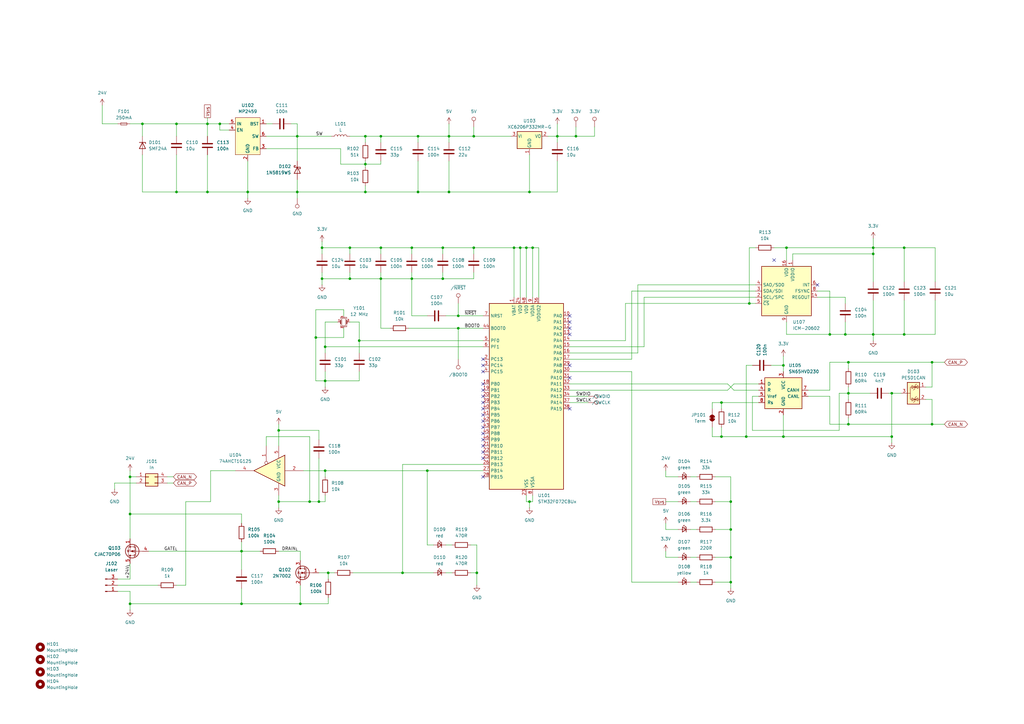
<source format=kicad_sch>
(kicad_sch (version 20250114) (generator "eeschema") (generator_version "9.0")
  (paper "A3")
  (title_block (title "CANbus Laser Toolhead PCB") (date "2025-11-26") (rev "rev. 1") (company "Eduard Iten"))
  (junction (at 187.96 129.54))
  (junction (at 306.07 179.07))
  (junction (at 358.14 101.6))
  (junction (at 171.45 55.88))
  (junction (at 127 205.74))
  (junction (at 149.86 78.74))
  (junction (at 121.92 78.74))
  (junction (at 90.17 50.8))
  (junction (at 168.91 101.6))
  (junction (at 217.17 205.74))
  (junction (at 53.34 247.65))
  (junction (at 340.36 137.16))
  (junction (at 99.06 247.65))
  (junction (at 133.35 142.24))
  (junction (at 123.19 247.65))
  (junction (at 215.9 101.6))
  (junction (at 365.76 179.07))
  (junction (at 133.35 193.04))
  (junction (at 236.22 55.88))
  (junction (at 147.32 139.7))
  (junction (at 72.39 50.8))
  (junction (at 347.98 173.99))
  (junction (at 132.08 114.3))
  (junction (at 133.35 156.21))
  (junction (at 130.81 205.74))
  (junction (at 121.92 55.88))
  (junction (at 321.31 179.07))
  (junction (at 156.21 114.3))
  (junction (at 85.09 50.8))
  (junction (at 382.27 148.59))
  (junction (at 299.72 228.6))
  (junction (at 217.17 78.74))
  (junction (at 358.14 104.14))
  (junction (at 53.34 195.58))
  (junction (at 171.45 78.74))
  (junction (at 99.06 226.06))
  (junction (at 307.34 124.46))
  (junction (at 114.3 205.74))
  (junction (at 181.61 114.3))
  (junction (at 370.84 137.16))
  (junction (at 175.26 193.04))
  (junction (at 149.86 55.88))
  (junction (at 194.31 55.88))
  (junction (at 143.51 114.3))
  (junction (at 322.58 101.6))
  (junction (at 181.61 101.6))
  (junction (at 347.98 161.29))
  (junction (at 370.84 101.6))
  (junction (at 295.91 179.07))
  (junction (at 358.14 137.16))
  (junction (at 156.21 55.88))
  (junction (at 218.44 101.6))
  (junction (at 58.42 50.8))
  (junction (at 132.08 101.6))
  (junction (at 101.6 78.74))
  (junction (at 134.62 234.95))
  (junction (at 346.71 137.16))
  (junction (at 321.31 149.86))
  (junction (at 165.1 234.95))
  (junction (at 72.39 78.74))
  (junction (at 382.27 173.99))
  (junction (at 295.91 165.1))
  (junction (at 53.34 210.82))
  (junction (at 195.58 234.95))
  (junction (at 213.36 101.6))
  (junction (at 156.21 101.6))
  (junction (at 228.6 55.88))
  (junction (at 143.51 101.6))
  (junction (at 365.76 161.29))
  (junction (at 299.72 217.17))
  (junction (at 210.82 101.6))
  (junction (at 347.98 148.59))
  (junction (at 114.3 176.53))
  (junction (at 149.86 67.31))
  (junction (at 194.31 101.6))
  (junction (at 299.72 238.76))
  (junction (at 184.15 55.88))
  (junction (at 85.09 78.74))
  (junction (at 129.54 138.43))
  (junction (at 187.96 134.62))
  (junction (at 299.72 205.74))
  (junction (at 168.91 114.3))
  (junction (at 184.15 78.74))
  (no_connect (at 233.68 167.64))
  (no_connect (at 198.12 165.1))
  (no_connect (at 198.12 195.58))
  (no_connect (at 233.68 154.94))
  (no_connect (at 198.12 162.56))
  (no_connect (at 198.12 157.48))
  (no_connect (at 233.68 137.16))
  (no_connect (at 198.12 172.72))
  (no_connect (at 233.68 129.54))
  (no_connect (at 198.12 152.4))
  (no_connect (at 317.5 106.68))
  (no_connect (at 233.68 134.62))
  (no_connect (at 198.12 187.96))
  (no_connect (at 198.12 175.26))
  (no_connect (at 198.12 185.42))
  (no_connect (at 233.68 149.86))
  (no_connect (at 335.28 116.84))
  (no_connect (at 198.12 160.02))
  (no_connect (at 198.12 147.32))
  (no_connect (at 198.12 149.86))
  (no_connect (at 233.68 132.08))
  (no_connect (at 198.12 182.88))
  (no_connect (at 198.12 177.8))
  (no_connect (at 198.12 180.34))
  (no_connect (at 198.12 167.64))
  (no_connect (at 198.12 170.18))
  (wire (pts (xy 293.37 205.74) (xy 299.72 205.74)))
  (wire (pts (xy 295.91 175.26) (xy 295.91 179.07)))
  (wire (pts (xy 308.61 149.86) (xy 306.07 149.86)))
  (wire (pts (xy 299.72 228.6) (xy 299.72 238.76)))
  (wire (pts (xy 217.17 205.74) (xy 218.44 205.74)))
  (wire (pts (xy 283.21 228.6) (xy 285.75 228.6)))
  (wire (pts (xy 109.22 182.88) (xy 109.22 179.07)))
  (wire (pts (xy 340.36 119.38) (xy 340.36 137.16)))
  (wire (pts (xy 147.32 156.21) (xy 147.32 152.4)))
  (wire (pts (xy 215.9 121.92) (xy 215.9 101.6)))
  (wire (pts (xy 307.34 124.46) (xy 307.34 101.6)))
  (wire (pts (xy 233.68 147.32) (xy 259.08 147.32)))
  (wire (pts (xy 121.92 55.88) (xy 121.92 50.8)))
  (wire (pts (xy 149.86 78.74) (xy 171.45 78.74)))
  (wire (pts (xy 358.14 137.16) (xy 358.14 139.7)))
  (wire (pts (xy 121.92 55.88) (xy 135.89 55.88)))
  (wire (pts (xy 48.26 237.49) (xy 53.34 237.49)))
  (wire (pts (xy 168.91 111.76) (xy 168.91 114.3)))
  (wire (pts (xy 133.35 142.24) (xy 133.35 144.78)))
  (wire (pts (xy 283.21 205.74) (xy 285.75 205.74)))
  (wire (pts (xy 331.47 160.02) (xy 340.36 160.02)))
  (wire (pts (xy 58.42 55.88) (xy 58.42 50.8)))
  (wire (pts (xy 156.21 67.31) (xy 149.86 67.31)))
  (wire (pts (xy 85.09 63.5) (xy 85.09 78.74)))
  (wire (pts (xy 53.34 242.57) (xy 53.34 247.65)))
  (wire (pts (xy 194.31 52.07) (xy 194.31 55.88)))
  (wire (pts (xy 133.35 152.4) (xy 133.35 156.21)))
  (wire (pts (xy 292.1 167.64) (xy 292.1 165.1)))
  (wire (pts (xy 346.71 121.92) (xy 346.71 124.46)))
  (wire (pts (xy 365.76 179.07) (xy 365.76 181.61)))
  (wire (pts (xy 321.31 146.05) (xy 321.31 149.86)))
  (wire (pts (xy 114.3 182.88) (xy 114.3 176.53)))
  (wire (pts (xy 233.68 162.56) (xy 241.3 162.56)))
  (wire (pts (xy 358.14 97.79) (xy 358.14 101.6)))
  (wire (pts (xy 134.62 234.95) (xy 134.62 237.49)))
  (wire (pts (xy 72.39 55.88) (xy 72.39 50.8)))
  (wire (pts (xy 143.51 101.6) (xy 156.21 101.6)))
  (wire (pts (xy 127 179.07) (xy 127 205.74)))
  (wire (pts (xy 130.81 234.95) (xy 134.62 234.95)))
  (wire (pts (xy 171.45 55.88) (xy 171.45 58.42)))
  (wire (pts (xy 228.6 55.88) (xy 228.6 58.42)))
  (wire (pts (xy 347.98 148.59) (xy 382.27 148.59)))
  (wire (pts (xy 133.35 132.08) (xy 138.43 132.08)))
  (wire (pts (xy 171.45 78.74) (xy 184.15 78.74)))
  (wire (pts (xy 156.21 66.04) (xy 156.21 67.31)))
  (wire (pts (xy 228.6 50.8) (xy 228.6 55.88)))
  (wire (pts (xy 121.92 73.66) (xy 121.92 78.74)))
  (wire (pts (xy 114.3 173.99) (xy 114.3 176.53)))
  (wire (pts (xy 85.09 78.74) (xy 101.6 78.74)))
  (wire (pts (xy 143.51 114.3) (xy 132.08 114.3)))
  (wire (pts (xy 133.35 156.21) (xy 147.32 156.21)))
  (wire (pts (xy 295.91 165.1) (xy 311.15 165.1)))
  (wire (pts (xy 243.84 55.88) (xy 236.22 55.88)))
  (wire (pts (xy 156.21 101.6) (xy 168.91 101.6)))
  (wire (pts (xy 340.36 173.99) (xy 347.98 173.99)))
  (wire (pts (xy 299.72 195.58) (xy 299.72 205.74)))
  (wire (pts (xy 264.16 121.92) (xy 309.88 121.92)))
  (wire (pts (xy 364.49 161.29) (xy 365.76 161.29)))
  (wire (pts (xy 134.62 245.11) (xy 134.62 247.65)))
  (wire (pts (xy 217.17 63.5) (xy 217.17 78.74)))
  (wire (pts (xy 293.37 195.58) (xy 299.72 195.58)))
  (wire (pts (xy 140.97 138.43) (xy 129.54 138.43)))
  (wire (pts (xy 228.6 66.04) (xy 228.6 78.74)))
  (wire (pts (xy 109.22 50.8) (xy 111.76 50.8)))
  (wire (pts (xy 298.45 160.02) (xy 300.99 157.48)))
  (wire (pts (xy 93.98 53.34) (xy 90.17 53.34)))
  (wire (pts (xy 358.14 104.14) (xy 358.14 115.57)))
  (wire (pts (xy 48.26 50.8) (xy 41.91 50.8)))
  (wire (pts (xy 335.28 121.92) (xy 346.71 121.92)))
  (wire (pts (xy 55.88 195.58) (xy 53.34 195.58)))
  (wire (pts (xy 134.62 234.95) (xy 137.16 234.95)))
  (wire (pts (xy 46.99 198.12) (xy 55.88 198.12)))
  (wire (pts (xy 335.28 119.38) (xy 340.36 119.38)))
  (wire (pts (xy 72.39 78.74) (xy 85.09 78.74)))
  (wire (pts (xy 114.3 205.74) (xy 114.3 203.2)))
  (wire (pts (xy 340.36 148.59) (xy 347.98 148.59)))
  (wire (pts (xy 53.34 247.65) (xy 53.34 250.19)))
  (wire (pts (xy 233.68 139.7) (xy 256.54 139.7)))
  (wire (pts (xy 347.98 173.99) (xy 347.98 171.45)))
  (wire (pts (xy 383.54 123.19) (xy 383.54 137.16)))
  (wire (pts (xy 101.6 78.74) (xy 121.92 78.74)))
  (wire (pts (xy 317.5 101.6) (xy 322.58 101.6)))
  (wire (pts (xy 85.09 50.8) (xy 85.09 55.88)))
  (wire (pts (xy 140.97 134.62) (xy 140.97 138.43)))
  (wire (pts (xy 129.54 127) (xy 129.54 138.43)))
  (wire (pts (xy 187.96 134.62) (xy 187.96 147.32)))
  (wire (pts (xy 184.15 78.74) (xy 184.15 66.04)))
  (wire (pts (xy 160.02 134.62) (xy 156.21 134.62)))
  (wire (pts (xy 293.37 228.6) (xy 299.72 228.6)))
  (wire (pts (xy 99.06 226.06) (xy 106.68 226.06)))
  (wire (pts (xy 175.26 129.54) (xy 168.91 129.54)))
  (wire (pts (xy 132.08 99.06) (xy 132.08 101.6)))
  (wire (pts (xy 295.91 167.64) (xy 295.91 165.1)))
  (wire (pts (xy 346.71 137.16) (xy 358.14 137.16)))
  (wire (pts (xy 370.84 101.6) (xy 383.54 101.6)))
  (wire (pts (xy 347.98 161.29) (xy 347.98 163.83)))
  (wire (pts (xy 139.7 67.31) (xy 149.86 67.31)))
  (wire (pts (xy 195.58 234.95) (xy 195.58 240.03)))
  (wire (pts (xy 193.04 234.95) (xy 195.58 234.95)))
  (wire (pts (xy 340.36 160.02) (xy 340.36 148.59)))
  (wire (pts (xy 322.58 132.08) (xy 322.58 137.16)))
  (wire (pts (xy 99.06 226.06) (xy 99.06 233.68)))
  (wire (pts (xy 292.1 165.1) (xy 295.91 165.1)))
  (wire (pts (xy 195.58 223.52) (xy 195.58 234.95)))
  (wire (pts (xy 299.72 217.17) (xy 299.72 228.6)))
  (wire (pts (xy 114.3 205.74) (xy 114.3 208.28)))
  (wire (pts (xy 130.81 187.96) (xy 130.81 205.74)))
  (wire (pts (xy 321.31 149.86) (xy 321.31 152.4)))
  (wire (pts (xy 177.8 223.52) (xy 175.26 223.52)))
  (wire (pts (xy 130.81 205.74) (xy 127 205.74)))
  (wire (pts (xy 306.07 149.86) (xy 306.07 179.07)))
  (wire (pts (xy 144.78 234.95) (xy 165.1 234.95)))
  (wire (pts (xy 53.34 195.58) (xy 53.34 193.04)))
  (wire (pts (xy 298.45 157.48) (xy 300.99 160.02)))
  (wire (pts (xy 53.34 210.82) (xy 53.34 220.98)))
  (wire (pts (xy 184.15 55.88) (xy 194.31 55.88)))
  (wire (pts (xy 48.26 242.57) (xy 53.34 242.57)))
  (wire (pts (xy 114.3 226.06) (xy 123.19 226.06)))
  (wire (pts (xy 101.6 78.74) (xy 101.6 81.28)))
  (wire (pts (xy 307.34 101.6) (xy 309.88 101.6)))
  (wire (pts (xy 321.31 179.07) (xy 365.76 179.07)))
  (wire (pts (xy 99.06 214.63) (xy 99.06 210.82)))
  (wire (pts (xy 156.21 114.3) (xy 168.91 114.3)))
  (wire (pts (xy 133.35 193.04) (xy 124.46 193.04)))
  (wire (pts (xy 256.54 124.46) (xy 307.34 124.46)))
  (wire (pts (xy 133.35 205.74) (xy 130.81 205.74)))
  (wire (pts (xy 379.73 163.83) (xy 382.27 163.83)))
  (wire (pts (xy 86.36 193.04) (xy 96.52 193.04)))
  (wire (pts (xy 184.15 58.42) (xy 184.15 55.88)))
  (wire (pts (xy 383.54 115.57) (xy 383.54 101.6)))
  (wire (pts (xy 365.76 161.29) (xy 369.57 161.29)))
  (wire (pts (xy 184.15 50.8) (xy 184.15 55.88)))
  (wire (pts (xy 133.35 193.04) (xy 175.26 193.04)))
  (wire (pts (xy 168.91 129.54) (xy 168.91 114.3)))
  (wire (pts (xy 259.08 119.38) (xy 309.88 119.38)))
  (wire (pts (xy 382.27 158.75) (xy 382.27 148.59)))
  (wire (pts (xy 109.22 179.07) (xy 127 179.07)))
  (wire (pts (xy 85.09 50.8) (xy 90.17 50.8)))
  (wire (pts (xy 147.32 139.7) (xy 198.12 139.7)))
  (wire (pts (xy 156.21 134.62) (xy 156.21 114.3)))
  (wire (pts (xy 370.84 123.19) (xy 370.84 137.16)))
  (wire (pts (xy 340.36 137.16) (xy 346.71 137.16)))
  (wire (pts (xy 224.79 55.88) (xy 228.6 55.88)))
  (wire (pts (xy 127 205.74) (xy 114.3 205.74)))
  (wire (pts (xy 194.31 101.6) (xy 210.82 101.6)))
  (wire (pts (xy 109.22 60.96) (xy 139.7 60.96)))
  (wire (pts (xy 130.81 176.53) (xy 130.81 180.34)))
  (wire (pts (xy 149.86 55.88) (xy 149.86 58.42)))
  (wire (pts (xy 220.98 101.6) (xy 220.98 121.92)))
  (wire (pts (xy 358.14 137.16) (xy 370.84 137.16)))
  (wire (pts (xy 309.88 124.46) (xy 307.34 124.46)))
  (wire (pts (xy 187.96 124.46) (xy 187.96 129.54)))
  (wire (pts (xy 218.44 101.6) (xy 220.98 101.6)))
  (wire (pts (xy 133.35 156.21) (xy 133.35 158.75)))
  (wire (pts (xy 133.35 142.24) (xy 133.35 132.08)))
  (wire (pts (xy 347.98 161.29) (xy 347.98 158.75)))
  (wire (pts (xy 194.31 55.88) (xy 209.55 55.88)))
  (wire (pts (xy 217.17 78.74) (xy 184.15 78.74)))
  (wire (pts (xy 53.34 210.82) (xy 99.06 210.82)))
  (wire (pts (xy 340.36 162.56) (xy 340.36 173.99)))
  (wire (pts (xy 215.9 203.2) (xy 215.9 205.74)))
  (wire (pts (xy 278.13 217.17) (xy 273.05 217.17)))
  (wire (pts (xy 321.31 170.18) (xy 321.31 179.07)))
  (wire (pts (xy 143.51 111.76) (xy 143.51 114.3)))
  (wire (pts (xy 210.82 121.92) (xy 210.82 101.6)))
  (wire (pts (xy 68.58 195.58) (xy 71.12 195.58)))
  (wire (pts (xy 256.54 124.46) (xy 256.54 139.7)))
  (wire (pts (xy 147.32 132.08) (xy 147.32 139.7)))
  (wire (pts (xy 259.08 147.32) (xy 259.08 119.38)))
  (wire (pts (xy 171.45 55.88) (xy 184.15 55.88)))
  (wire (pts (xy 233.68 152.4) (xy 259.08 152.4)))
  (wire (pts (xy 121.92 50.8) (xy 119.38 50.8)))
  (wire (pts (xy 143.51 132.08) (xy 147.32 132.08)))
  (wire (pts (xy 264.16 121.92) (xy 264.16 142.24)))
  (wire (pts (xy 68.58 198.12) (xy 71.12 198.12)))
  (wire (pts (xy 233.68 157.48) (xy 298.45 157.48)))
  (wire (pts (xy 168.91 101.6) (xy 168.91 104.14)))
  (wire (pts (xy 322.58 137.16) (xy 340.36 137.16)))
  (wire (pts (xy 76.2 240.03) (xy 76.2 205.74)))
  (wire (pts (xy 156.21 55.88) (xy 156.21 58.42)))
  (wire (pts (xy 165.1 190.5) (xy 198.12 190.5)))
  (wire (pts (xy 99.06 241.3) (xy 99.06 247.65)))
  (wire (pts (xy 123.19 247.65) (xy 99.06 247.65)))
  (wire (pts (xy 187.96 129.54) (xy 198.12 129.54)))
  (wire (pts (xy 72.39 63.5) (xy 72.39 78.74)))
  (wire (pts (xy 149.86 66.04) (xy 149.86 67.31)))
  (wire (pts (xy 165.1 190.5) (xy 165.1 234.95)))
  (wire (pts (xy 133.35 203.2) (xy 133.35 205.74)))
  (wire (pts (xy 165.1 234.95) (xy 177.8 234.95)))
  (wire (pts (xy 175.26 193.04) (xy 198.12 193.04)))
  (wire (pts (xy 308.61 162.56) (xy 308.61 176.53)))
  (wire (pts (xy 300.99 157.48) (xy 311.15 157.48)))
  (wire (pts (xy 379.73 158.75) (xy 382.27 158.75)))
  (wire (pts (xy 182.88 223.52) (xy 185.42 223.52)))
  (wire (pts (xy 171.45 66.04) (xy 171.45 78.74)))
  (wire (pts (xy 181.61 101.6) (xy 194.31 101.6)))
  (wire (pts (xy 149.86 55.88) (xy 143.51 55.88)))
  (wire (pts (xy 243.84 52.07) (xy 243.84 55.88)))
  (wire (pts (xy 370.84 137.16) (xy 383.54 137.16)))
  (wire (pts (xy 181.61 101.6) (xy 181.61 104.14)))
  (wire (pts (xy 147.32 139.7) (xy 147.32 144.78)))
  (wire (pts (xy 194.31 101.6) (xy 194.31 104.14)))
  (wire (pts (xy 114.3 176.53) (xy 130.81 176.53)))
  (wire (pts (xy 168.91 101.6) (xy 181.61 101.6)))
  (wire (pts (xy 273.05 228.6) (xy 273.05 226.06)))
  (wire (pts (xy 140.97 127) (xy 129.54 127)))
  (wire (pts (xy 228.6 78.74) (xy 217.17 78.74)))
  (wire (pts (xy 346.71 132.08) (xy 346.71 137.16)))
  (wire (pts (xy 382.27 173.99) (xy 387.35 173.99)))
  (wire (pts (xy 308.61 176.53) (xy 344.17 176.53)))
  (wire (pts (xy 236.22 55.88) (xy 228.6 55.88)))
  (wire (pts (xy 99.06 222.25) (xy 99.06 226.06)))
  (wire (pts (xy 300.99 160.02) (xy 311.15 160.02)))
  (wire (pts (xy 358.14 101.6) (xy 358.14 104.14)))
  (wire (pts (xy 143.51 104.14) (xy 143.51 101.6)))
  (wire (pts (xy 156.21 55.88) (xy 171.45 55.88)))
  (wire (pts (xy 283.21 217.17) (xy 285.75 217.17)))
  (wire (pts (xy 53.34 247.65) (xy 99.06 247.65)))
  (wire (pts (xy 215.9 205.74) (xy 217.17 205.74)))
  (wire (pts (xy 322.58 101.6) (xy 358.14 101.6)))
  (wire (pts (xy 101.6 66.04) (xy 101.6 78.74)))
  (wire (pts (xy 140.97 129.54) (xy 140.97 127)))
  (wire (pts (xy 218.44 101.6) (xy 218.44 121.92)))
  (wire (pts (xy 76.2 205.74) (xy 86.36 205.74)))
  (wire (pts (xy 132.08 104.14) (xy 132.08 101.6)))
  (wire (pts (xy 76.2 240.03) (xy 72.39 240.03)))
  (wire (pts (xy 132.08 111.76) (xy 132.08 114.3)))
  (wire (pts (xy 60.96 226.06) (xy 99.06 226.06)))
  (wire (pts (xy 194.31 114.3) (xy 181.61 114.3)))
  (wire (pts (xy 168.91 114.3) (xy 181.61 114.3)))
  (wire (pts (xy 149.86 67.31) (xy 149.86 68.58)))
  (wire (pts (xy 299.72 238.76) (xy 293.37 238.76)))
  (wire (pts (xy 261.62 144.78) (xy 261.62 116.84)))
  (wire (pts (xy 182.88 129.54) (xy 187.96 129.54)))
  (wire (pts (xy 149.86 78.74) (xy 149.86 76.2)))
  (wire (pts (xy 53.34 231.14) (xy 53.34 237.49)))
  (wire (pts (xy 156.21 114.3) (xy 143.51 114.3)))
  (wire (pts (xy 123.19 226.06) (xy 123.19 229.87)))
  (wire (pts (xy 215.9 101.6) (xy 218.44 101.6)))
  (wire (pts (xy 283.21 195.58) (xy 285.75 195.58)))
  (wire (pts (xy 139.7 60.96) (xy 139.7 67.31)))
  (wire (pts (xy 233.68 144.78) (xy 261.62 144.78)))
  (wire (pts (xy 273.05 195.58) (xy 278.13 195.58)))
  (wire (pts (xy 129.54 156.21) (xy 133.35 156.21)))
  (wire (pts (xy 292.1 175.26) (xy 292.1 179.07)))
  (wire (pts (xy 90.17 53.34) (xy 90.17 50.8)))
  (wire (pts (xy 64.77 240.03) (xy 48.26 240.03)))
  (wire (pts (xy 236.22 52.07) (xy 236.22 55.88)))
  (wire (pts (xy 58.42 78.74) (xy 72.39 78.74)))
  (wire (pts (xy 134.62 247.65) (xy 123.19 247.65)))
  (wire (pts (xy 273.05 217.17) (xy 273.05 214.63)))
  (wire (pts (xy 344.17 161.29) (xy 347.98 161.29)))
  (wire (pts (xy 182.88 234.95) (xy 185.42 234.95)))
  (wire (pts (xy 382.27 148.59) (xy 387.35 148.59)))
  (wire (pts (xy 41.91 43.18) (xy 41.91 50.8)))
  (wire (pts (xy 344.17 176.53) (xy 344.17 161.29)))
  (wire (pts (xy 53.34 195.58) (xy 53.34 210.82)))
  (wire (pts (xy 273.05 205.74) (xy 278.13 205.74)))
  (wire (pts (xy 193.04 223.52) (xy 195.58 223.52)))
  (wire (pts (xy 233.68 160.02) (xy 298.45 160.02)))
  (wire (pts (xy 90.17 50.8) (xy 93.98 50.8)))
  (wire (pts (xy 156.21 111.76) (xy 156.21 114.3)))
  (wire (pts (xy 273.05 193.04) (xy 273.05 195.58)))
  (wire (pts (xy 316.23 149.86) (xy 321.31 149.86)))
  (wire (pts (xy 293.37 217.17) (xy 299.72 217.17)))
  (wire (pts (xy 259.08 152.4) (xy 259.08 238.76)))
  (wire (pts (xy 233.68 165.1) (xy 241.3 165.1)))
  (wire (pts (xy 218.44 205.74) (xy 218.44 203.2)))
  (wire (pts (xy 261.62 116.84) (xy 309.88 116.84)))
  (wire (pts (xy 194.31 111.76) (xy 194.31 114.3)))
  (wire (pts (xy 149.86 55.88) (xy 156.21 55.88)))
  (wire (pts (xy 181.61 111.76) (xy 181.61 114.3)))
  (wire (pts (xy 58.42 50.8) (xy 72.39 50.8)))
  (wire (pts (xy 295.91 179.07) (xy 306.07 179.07)))
  (wire (pts (xy 46.99 200.66) (xy 46.99 198.12)))
  (wire (pts (xy 292.1 179.07) (xy 295.91 179.07)))
  (wire (pts (xy 331.47 162.56) (xy 340.36 162.56)))
  (wire (pts (xy 325.12 106.68) (xy 325.12 104.14)))
  (wire (pts (xy 53.34 50.8) (xy 58.42 50.8)))
  (wire (pts (xy 347.98 173.99) (xy 382.27 173.99)))
  (wire (pts (xy 129.54 138.43) (xy 129.54 156.21)))
  (wire (pts (xy 72.39 50.8) (xy 85.09 50.8)))
  (wire (pts (xy 233.68 142.24) (xy 264.16 142.24)))
  (wire (pts (xy 156.21 104.14) (xy 156.21 101.6)))
  (wire (pts (xy 306.07 179.07) (xy 321.31 179.07)))
  (wire (pts (xy 85.09 48.26) (xy 85.09 50.8)))
  (wire (pts (xy 347.98 148.59) (xy 347.98 151.13)))
  (wire (pts (xy 358.14 137.16) (xy 358.14 123.19)))
  (wire (pts (xy 121.92 78.74) (xy 149.86 78.74)))
  (wire (pts (xy 259.08 238.76) (xy 278.13 238.76)))
  (wire (pts (xy 123.19 240.03) (xy 123.19 247.65)))
  (wire (pts (xy 325.12 104.14) (xy 358.14 104.14)))
  (wire (pts (xy 121.92 66.04) (xy 121.92 55.88)))
  (wire (pts (xy 133.35 142.24) (xy 198.12 142.24)))
  (wire (pts (xy 347.98 161.29) (xy 356.87 161.29)))
  (wire (pts (xy 213.36 101.6) (xy 215.9 101.6)))
  (wire (pts (xy 365.76 161.29) (xy 365.76 179.07)))
  (wire (pts (xy 213.36 121.92) (xy 213.36 101.6)))
  (wire (pts (xy 299.72 238.76) (xy 299.72 241.3)))
  (wire (pts (xy 121.92 81.28) (xy 121.92 78.74)))
  (wire (pts (xy 358.14 101.6) (xy 370.84 101.6)))
  (wire (pts (xy 167.64 134.62) (xy 187.96 134.62)))
  (wire (pts (xy 299.72 205.74) (xy 299.72 217.17)))
  (wire (pts (xy 58.42 63.5) (xy 58.42 78.74)))
  (wire (pts (xy 210.82 101.6) (xy 213.36 101.6)))
  (wire (pts (xy 132.08 114.3) (xy 132.08 116.84)))
  (wire (pts (xy 175.26 193.04) (xy 175.26 223.52)))
  (wire (pts (xy 187.96 134.62) (xy 198.12 134.62)))
  (wire (pts (xy 86.36 193.04) (xy 86.36 205.74)))
  (wire (pts (xy 109.22 55.88) (xy 121.92 55.88)))
  (wire (pts (xy 133.35 195.58) (xy 133.35 193.04)))
  (wire (pts (xy 322.58 106.68) (xy 322.58 101.6)))
  (wire (pts (xy 217.17 205.74) (xy 217.17 208.28)))
  (wire (pts (xy 370.84 101.6) (xy 370.84 115.57)))
  (wire (pts (xy 132.08 101.6) (xy 143.51 101.6)))
  (wire (pts (xy 278.13 228.6) (xy 273.05 228.6)))
  (wire (pts (xy 283.21 238.76) (xy 285.75 238.76)))
  (wire (pts (xy 311.15 162.56) (xy 308.61 162.56)))
  (wire (pts (xy 382.27 163.83) (xy 382.27 173.99)))
  (label "SWDIO" (at 236.22 162.56 0))
  (label "SWCLK" (at 236.22 165.1 0))
  (label "SW" (at 129.54 55.88 0))
  (label "BOOT0" (at 190.5 134.62 0))
  (label "~{NRST}" (at 190.5 129.54 0))
  (label "GATE_{L}" (at 67.31 226.06 0))
  (label "DRAIN_{L}" (at 115.57 226.06 0))
  (label "+24V_{L}" (at 53.34 237.49 90))
  (global_label "V_{SYS}" (shape passive) (at 273.05 205.74 180) (property "Intersheetrefs" "${INTERSHEET_REFS}" (effects (hide yes))))
  (global_label "CAN_N" (shape bidirectional) (at 71.12 195.58 0) (property "Intersheetrefs" "${INTERSHEET_REFS}" (effects (hide yes))))
  (global_label "CAN_P" (shape bidirectional) (at 71.12 198.12 0) (property "Intersheetrefs" "${INTERSHEET_REFS}" (effects (hide yes))))
  (global_label "CAN_P" (shape bidirectional) (at 387.35 148.59 0) (property "Intersheetrefs" "${INTERSHEET_REFS}" (effects (hide yes))))
  (global_label "CAN_N" (shape bidirectional) (at 387.35 173.99 0) (property "Intersheetrefs" "${INTERSHEET_REFS}" (effects (hide yes))))
  (global_label "V_{SYS}" (shape passive) (at 85.09 48.26 90) (property "Intersheetrefs" "${INTERSHEET_REFS}" (effects (hide yes))))
  (symbol (lib_id "Device:LED_Small") (at 280.67 228.6 0) (mirror y) (unit 1)
    (property "Reference" "D107" (at 280.6065 222.25 0))
    (property "Value" "green" (at 280.6065 224.79 0))
    (property "Footprint" "LED_SMD:LED_0805_2012Metric" (effects (hide yes)))
    (property "Description" "Light emitting diode, small symbol" (effects (hide yes)))
    (property "Sim.Pin" "1=K 2=A" (effects (hide yes)))
    (property "Manufacturer Part #" "KT-0805G" (effects (hide yes)))
    (property "LCSC Part #" "C2297" (effects (hide yes)))
  )
  (symbol (lib_id "Device:C") (at 370.84 119.38 0) (unit 1)
    (property "Reference" "C123" (at 374.65 118.1099 0) (effects (justify left)))
    (property "Value" "100n" (at 374.65 120.6499 0) (effects (justify left)))
    (property "Footprint" "Capacitor_SMD:C_0402_1005Metric" (effects (hide yes)))
    (property "Description" "Unpolarized capacitor" (effects (hide yes)))
    (property "LCSC Part #" "C307331" (effects (hide yes)))
    (property "Manufacturer Part #" "CL05B104KB54PNC" (effects (hide yes)))
  )
  (symbol (lib_id "Device:C") (at 156.21 107.95 0) (unit 1)
    (property "Reference" "C105" (at 160.02 106.6799 0) (effects (justify left)))
    (property "Value" "100n" (at 160.02 109.2199 0) (effects (justify left)))
    (property "Footprint" "Capacitor_SMD:C_0402_1005Metric" (effects (hide yes)))
    (property "Description" "Unpolarized capacitor" (effects (hide yes)))
    (property "LCSC Part #" "C307331" (effects (hide yes)))
    (property "Manufacturer Part #" "CL05B104KB54PNC" (effects (hide yes)))
  )
  (symbol (lib_id "Device:C") (at 184.15 62.23 0) (mirror y) (unit 1)
    (property "Reference" "C112" (at 187.96 60.9599 0) (effects (justify right)))
    (property "Value" "22u" (at 187.96 63.4999 0) (effects (justify right)))
    (property "Footprint" "Capacitor_SMD:C_0805_2012Metric" (effects (hide yes)))
    (property "Description" "Unpolarized capacitor" (effects (hide yes)))
    (property "Manufacturer Part #" "CL21A226MAQNNNE" (effects (hide yes)))
    (property "LCSC Part #" "C45783" (effects (hide yes)))
  )
  (symbol (lib_id "Sensor_Motion:ICM-20602") (at 322.58 119.38 0) (unit 1)
    (property "Reference" "U107" (at 325.12 132.08 0) (effects (justify left)))
    (property "Value" "ICM-20602" (at 325.12 134.62 0) (effects (justify left)))
    (property "Footprint" "Package_LGA:LGA-16_3x3mm_P0.5mm_LayoutBorder3x5y" (effects (hide yes)))
    (property "Datasheet" "http://www.invensense.com/wp-content/uploads/2016/10/DS-000176-ICM-20602-v1.0.pdf" (effects (hide yes)))
    (property "Description" "High performance 6-Axis MEMS motion tracking, SPI/I2C interface, LGA-16" (effects (hide yes)))
  )
  (symbol (lib_id "Connector:TestPoint") (at 243.84 52.07 0) (unit 1) (in_bom no)
    (property "Reference" "TP108" (effects (hide yes)))
    (property "Value" "${NET_NAME(1)}" (at 243.84 45.72 0))
    (property "Footprint" "prj:NAMED_TEST_POINT" (effects (hide yes)))
    (property "Description" "test point" (effects (hide yes)))
  )
  (symbol (lib_id "Device:Crystal_GND24_Small") (at 140.97 132.08 0) (unit 1)
    (property "Reference" "Y101" (at 147.32 126.3582 0))
    (property "Value" "12 MHz" (at 147.32 128.8982 0))
    (property "Footprint" "Crystal:Crystal_SMD_3225-4Pin_3.2x2.5mm" (effects (hide yes)))
    (property "Description" "Four pin crystal, GND on pins 2 and 4, small symbol" (effects (hide yes)))
    (property "LCSC Part #" "C9002" (effects (hide yes)))
    (property "Manufacturer Part #" "X322512MSB4SI" (effects (hide yes)))
  )
  (symbol (lib_id "Connector:TestPoint") (at 241.3 165.1 270) (unit 1) (in_bom no)
    (property "Reference" "TP106" (effects (hide yes)))
    (property "Value" "${NET_NAME(1)}" (at 246.38 165.1 90) (effects (justify left)))
    (property "Footprint" "prj:NAMED_TEST_POINT" (effects (hide yes)))
    (property "Description" "test point" (effects (hide yes)))
  )
  (symbol (lib_id "power:GND") (at 53.34 250.19 0) (unit 1)
    (property "Reference" "#PWR0110" (effects (hide yes)))
    (property "Value" "GND" (at 53.34 255.27 0))
    (property "Description" "Power symbol creates a global label with name \"GND\" , ground" (effects (hide yes)))
  )
  (symbol (lib_id "Device:R") (at 149.86 62.23 0) (mirror y) (unit 1)
    (property "Reference" "R102" (at 147.32 60.9599 0) (effects (justify left)))
    (property "Value" "51k" (at 147.32 63.4999 0) (effects (justify left)))
    (property "Footprint" "Resistor_SMD:R_0402_1005Metric" (effects (hide yes)))
    (property "Description" "Resistor" (effects (hide yes)))
    (property "LCSC Part #" "C25794" (effects (hide yes)))
    (property "Manufacturer Part #" "0402WGF5102TCE" (effects (hide yes)))
  )
  (symbol (lib_id "power:GND") (at 195.58 240.03 0) (unit 1)
    (property "Reference" "#PWR0122" (effects (hide yes)))
    (property "Value" "GND" (at 195.58 245.11 0))
    (property "Description" "Power symbol creates a global label with name \"GND\" , ground" (effects (hide yes)))
  )
  (symbol (lib_id "Device:C") (at 132.08 107.95 0) (mirror y) (unit 1)
    (property "Reference" "C124" (at 135.89 106.6799 0) (effects (justify right)))
    (property "Value" "10u" (at 135.89 109.2199 0) (effects (justify right)))
    (property "Footprint" "Capacitor_SMD:C_0805_2012Metric" (effects (hide yes)))
    (property "Description" "Unpolarized capacitor" (effects (hide yes)))
    (property "Manufacturer Part #" "GRM21BR61H106KE43L" (effects (hide yes)))
    (property "LCSC Part #" "C440198" (effects (hide yes)))
  )
  (symbol (lib_id "Device:C") (at 171.45 62.23 0) (unit 1)
    (property "Reference" "C114" (at 175.26 60.9599 0) (effects (justify left)))
    (property "Value" "100n" (at 175.26 63.4999 0) (effects (justify left)))
    (property "Footprint" "Capacitor_SMD:C_0402_1005Metric" (effects (hide yes)))
    (property "Description" "Unpolarized capacitor" (effects (hide yes)))
    (property "LCSC Part #" "C307331" (effects (hide yes)))
    (property "Manufacturer Part #" "CL05B104KB54PNC" (effects (hide yes)))
  )
  (symbol (lib_id "Device:C") (at 194.31 107.95 0) (unit 1)
    (property "Reference" "C109" (at 198.12 106.6799 0) (effects (justify left)))
    (property "Value" "100n" (at 198.12 109.2199 0) (effects (justify left)))
    (property "Footprint" "Capacitor_SMD:C_0402_1005Metric" (effects (hide yes)))
    (property "Description" "Unpolarized capacitor" (effects (hide yes)))
    (property "LCSC Part #" "C307331" (effects (hide yes)))
    (property "Manufacturer Part #" "CL05B104KB54PNC" (effects (hide yes)))
  )
  (symbol (lib_id "Device:LED_Small") (at 180.34 234.95 0) (mirror y) (unit 1)
    (property "Reference" "D110" (at 180.2765 228.6 0))
    (property "Value" "red" (at 180.2765 231.14 0))
    (property "Footprint" "LED_SMD:LED_0603_1608Metric" (effects (hide yes)))
    (property "Description" "Light emitting diode, small symbol" (effects (hide yes)))
    (property "Sim.Pin" "1=K 2=A" (effects (hide yes)))
    (property "Manufacturer Part #" "KT-0603R" (effects (hide yes)))
    (property "LCSC Part #" "C2286" (effects (hide yes)))
  )
  (symbol (lib_id "Device:C") (at 358.14 119.38 0) (unit 1)
    (property "Reference" "C122" (at 361.95 118.1099 0) (effects (justify left)))
    (property "Value" "100n" (at 361.95 120.6499 0) (effects (justify left)))
    (property "Footprint" "Capacitor_SMD:C_0402_1005Metric" (effects (hide yes)))
    (property "Description" "Unpolarized capacitor" (effects (hide yes)))
    (property "LCSC Part #" "C307331" (effects (hide yes)))
    (property "Manufacturer Part #" "CL05B104KB54PNC" (effects (hide yes)))
  )
  (symbol (lib_id "Device:R") (at 289.56 195.58 90) (unit 1)
    (property "Reference" "R114" (at 289.56 189.23 90))
    (property "Value" "33k" (at 289.56 191.77 90))
    (property "Footprint" "Resistor_SMD:R_0402_1005Metric" (effects (hide yes)))
    (property "Description" "Resistor" (effects (hide yes)))
    (property "Manufacturer Part #" "0402WGF3302TCE" (effects (hide yes)))
    (property "LCSC Part #" "C25779" (effects (hide yes)))
  )
  (symbol (lib_id "Device:R") (at 133.35 199.39 180) (unit 1)
    (property "Reference" "R108" (at 135.89 198.1199 0) (effects (justify right)))
    (property "Value" "10k" (at 135.89 200.6599 0) (effects (justify right)))
    (property "Footprint" "Resistor_SMD:R_0402_1005Metric" (effects (hide yes)))
    (property "Description" "Resistor" (effects (hide yes)))
    (property "LCSC Part #" "C25744" (effects (hide yes)))
    (property "Manufacturer Part #" "0402WGF1002TCE" (effects (hide yes)))
  )
  (symbol (lib_id "Device:R") (at 189.23 223.52 90) (unit 1)
    (property "Reference" "R119" (at 189.23 217.17 90))
    (property "Value" "470R" (at 189.23 219.71 90))
    (property "Footprint" "Resistor_SMD:R_0402_1005Metric" (effects (hide yes)))
    (property "Description" "Resistor" (effects (hide yes)))
    (property "Manufacturer Part #" "0402WGF4700TCE" (effects (hide yes)))
    (property "LCSC Part #" "C25117" (effects (hide yes)))
  )
  (symbol (lib_id "Mechanical:MountingHole") (at 16.51 280.67 0) (unit 1) (in_bom no)
    (property "Reference" "H104" (at 19.05 279.3999 0) (effects (justify left)))
    (property "Value" "MountingHole" (at 19.05 281.9399 0) (effects (justify left)))
    (property "Footprint" "MountingHole:MountingHole_2.7mm_M2.5" (effects (hide yes)))
    (property "Description" "Mounting Hole without connection" (effects (hide yes)))
  )
  (symbol (lib_id "MCU_ST_STM32F0:STM32F072CBUx") (at 215.9 162.56 0) (unit 1)
    (property "Reference" "U101" (at 220.5833 203.2 0) (effects (justify left)))
    (property "Value" "STM32F072CBUx" (at 220.5833 205.74 0) (effects (justify left)))
    (property "Footprint" "Package_DFN_QFN:QFN-48-1EP_7x7mm_P0.5mm_EP5.6x5.6mm" (effects (hide yes)))
    (property "Datasheet" "https://www.st.com/resource/en/datasheet/stm32f072cb.pdf" (effects (hide yes)))
    (property "Description" "STMicroelectronics Arm Cortex-M0 MCU, 128KB flash, 16KB RAM, 48 MHz, 2.0-3.6V, 37 GPIO, UFQFPN48" (effects (hide yes)))
    (property "LCSC Part #" "C92504" (effects (hide yes)))
    (property "Manufacturer Part #" "STM32F072CBU6" (effects (hide yes)))
    (property "FT Rotation Offset" "180" (effects (hide yes)))
  )
  (symbol (lib_id "Device:C") (at 179.07 129.54 90) (unit 1)
    (property "Reference" "C107" (at 179.07 121.92 90))
    (property "Value" "100n" (at 179.07 124.46 90))
    (property "Footprint" "Capacitor_SMD:C_0402_1005Metric" (effects (hide yes)))
    (property "Description" "Unpolarized capacitor" (effects (hide yes)))
    (property "LCSC Part #" "C307331" (effects (hide yes)))
    (property "Manufacturer Part #" "CL05B104KB54PNC" (effects (hide yes)))
  )
  (symbol (lib_id "Device:C") (at 115.57 50.8 90) (unit 1)
    (property "Reference" "C111" (at 115.57 43.18 90))
    (property "Value" "100n" (at 115.57 45.72 90))
    (property "Footprint" "Capacitor_SMD:C_0402_1005Metric" (effects (hide yes)))
    (property "Description" "Unpolarized capacitor" (effects (hide yes)))
    (property "LCSC Part #" "C307331" (effects (hide yes)))
    (property "Manufacturer Part #" "CL05B104KB54PNC" (effects (hide yes)))
  )
  (symbol (lib_id "Device:R") (at 110.49 226.06 90) (unit 1)
    (property "Reference" "R104" (at 110.49 219.71 90))
    (property "Value" "100k" (at 110.49 222.25 90))
    (property "Footprint" "Resistor_SMD:R_0402_1005Metric" (effects (hide yes)))
    (property "Description" "Resistor" (effects (hide yes)))
    (property "LCSC Part #" "C25741" (effects (hide yes)))
    (property "Manufacturer Part #" "0402WGF1003TCE" (effects (hide yes)))
  )
  (symbol (lib_id "Device:R") (at 99.06 218.44 180) (unit 1)
    (property "Reference" "R105" (at 101.6 217.1699 0) (effects (justify right)))
    (property "Value" "100k" (at 101.6 219.7099 0) (effects (justify right)))
    (property "Footprint" "Resistor_SMD:R_0402_1005Metric" (effects (hide yes)))
    (property "Description" "Resistor" (effects (hide yes)))
    (property "LCSC Part #" "C25741" (effects (hide yes)))
    (property "Manufacturer Part #" "0402WGF1003TCE" (effects (hide yes)))
  )
  (symbol (lib_id "power:GND") (at 358.14 139.7 0) (unit 1)
    (property "Reference" "#PWR0117" (effects (hide yes)))
    (property "Value" "GND" (at 358.14 144.78 0))
    (property "Description" "Power symbol creates a global label with name \"GND\" , ground" (effects (hide yes)))
  )
  (symbol (lib_id "Device:Fuse_Small") (at 50.8 50.8 0) (unit 1)
    (property "Reference" "F101" (at 50.8 45.72 0))
    (property "Value" "250mA" (at 50.8 48.26 0))
    (property "Footprint" "Fuse:Fuse_0805_2012Metric" (effects (hide yes)))
    (property "Description" "Fuse, small symbol" (effects (hide yes)))
    (property "Manufacturer Part #" "LUTE 0805L025/36XR" (effects (hide yes)))
    (property "LCSC Part #" "C20608679" (effects (hide yes)))
  )
  (symbol (lib_id "power:+3.3V") (at 132.08 99.06 0) (unit 1)
    (property "Reference" "#PWR0102" (effects (hide yes)))
    (property "Value" "3.3V" (at 132.08 93.98 0))
    (property "Description" "Power symbol creates a global label with name \"+3.3V\"" (effects (hide yes)))
  )
  (symbol (lib_id "Connector_Generic:Conn_02x02_Counter_Clockwise") (at 60.96 195.58 0) (unit 1)
    (property "Reference" "J101" (at 62.23 189.23 0))
    (property "Value" "In" (at 62.23 191.77 0))
    (property "Footprint" "Connector_Molex:Molex_Micro-Fit_3.0_43045-0412_2x02_P3.00mm_Vertical" (effects (hide yes)))
    (property "Description" "Generic connector, double row, 02x02, counter clockwise pin numbering scheme (similar to DIP package numbering), script generated (kicad-library-utils/schlib/autogen/connector/)" (effects (hide yes)))
    (property "Manufacturer Part #" "M3025V-2x2P" (effects (hide yes)))
    (property "LCSC Part #" "C492540" (effects (hide yes)))
    (property "FT Rotation Offset" "180" (effects (hide yes)))
  )
  (symbol (lib_id "Connector:TestPoint") (at 241.3 162.56 270) (unit 1) (in_bom no)
    (property "Reference" "TP105" (effects (hide yes)))
    (property "Value" "${NET_NAME(1)}" (at 246.38 162.56 90) (effects (justify left)))
    (property "Footprint" "prj:NAMED_TEST_POINT" (effects (hide yes)))
    (property "Description" "test point" (effects (hide yes)))
  )
  (symbol (lib_id "Device:R") (at 149.86 72.39 0) (mirror y) (unit 1)
    (property "Reference" "R103" (at 147.32 71.1199 0) (effects (justify left)))
    (property "Value" "10k" (at 147.32 73.6599 0) (effects (justify left)))
    (property "Footprint" "Resistor_SMD:R_0402_1005Metric" (effects (hide yes)))
    (property "Description" "Resistor" (effects (hide yes)))
    (property "Manufacturer Part #" "0402WGF1002TCE" (effects (hide yes)))
    (property "LCSC Part #" "C25744" (effects (hide yes)))
  )
  (symbol (lib_id "power:+3.3V") (at 321.31 146.05 0) (unit 1)
    (property "Reference" "#PWR0115" (effects (hide yes)))
    (property "Value" "3.3V" (at 321.31 140.97 0))
    (property "Description" "Power symbol creates a global label with name \"+3.3V\"" (effects (hide yes)))
  )
  (symbol (lib_id "Device:D_Schottky") (at 121.92 69.85 90) (mirror x) (unit 1)
    (property "Reference" "D102" (at 119.38 68.2624 90) (effects (justify left)))
    (property "Value" "1N5819WS" (at 119.38 70.8024 90) (effects (justify left)))
    (property "Footprint" "Diode_SMD:D_SOD-323" (effects (hide yes)))
    (property "Description" "Schottky diode" (effects (hide yes)))
    (property "Manufacturer Part #" "1N5819WS" (effects (hide yes)))
    (property "LCSC Part #" "C191023" (effects (hide yes)))
  )
  (symbol (lib_id "Device:R") (at 313.69 101.6 90) (unit 1)
    (property "Reference" "R113" (at 313.69 95.25 90))
    (property "Value" "10k" (at 313.69 97.79 90))
    (property "Footprint" "Resistor_SMD:R_0402_1005Metric" (effects (hide yes)))
    (property "Description" "Resistor" (effects (hide yes)))
    (property "LCSC Part #" "C25744" (effects (hide yes)))
    (property "Manufacturer Part #" "0402WGF1002TCE" (effects (hide yes)))
  )
  (symbol (lib_id "Device:C") (at 147.32 148.59 0) (unit 1)
    (property "Reference" "C102" (at 151.13 147.3199 0) (effects (justify left)))
    (property "Value" "33p" (at 151.13 149.8599 0) (effects (justify left)))
    (property "Footprint" "Capacitor_SMD:C_0402_1005Metric" (effects (hide yes)))
    (property "Description" "Unpolarized capacitor" (effects (hide yes)))
    (property "LCSC Part #" "C1562" (effects (hide yes)))
    (property "Manufacturer Part #" "0402CG330J500NT" (effects (hide yes)))
  )
  (symbol (lib_id "power:+5V") (at 114.3 173.99 0) (unit 1)
    (property "Reference" "#PWR0112" (effects (hide yes)))
    (property "Value" "5V" (at 114.3 168.91 0))
    (property "Description" "Power symbol creates a global label with name \"+5V\"" (effects (hide yes)))
  )
  (symbol (lib_id "Device:R") (at 347.98 154.94 0) (unit 1)
    (property "Reference" "R110" (at 350.52 153.6699 0) (effects (justify left)))
    (property "Value" "60R4" (at 350.52 156.2099 0) (effects (justify left)))
    (property "Footprint" "Resistor_SMD:R_0402_1005Metric" (effects (hide yes)))
    (property "Description" "Resistor" (effects (hide yes)))
    (property "Manufacturer Part #" "0402WGF604JTCE" (effects (hide yes)))
    (property "LCSC Part #" "C60310" (effects (hide yes)))
  )
  (symbol (lib_id "power:GND") (at 299.72 241.3 0) (unit 1)
    (property "Reference" "#PWR0121" (effects (hide yes)))
    (property "Value" "GND" (at 299.72 246.38 0))
    (property "Description" "Power symbol creates a global label with name \"GND\" , ground" (effects (hide yes)))
  )
  (symbol (lib_id "Device:C") (at 156.21 62.23 0) (unit 1)
    (property "Reference" "C115" (at 160.02 60.9599 0) (effects (justify left)))
    (property "Value" "33p" (at 160.02 63.4999 0) (effects (justify left)))
    (property "Footprint" "Capacitor_SMD:C_0402_1005Metric" (effects (hide yes)))
    (property "Description" "Unpolarized capacitor" (effects (hide yes)))
    (property "Manufacturer Part #" "0402CG330J500NT" (effects (hide yes)))
    (property "LCSC Part #" "C1562" (effects (hide yes)))
  )
  (symbol (lib_id "Device:R") (at 347.98 167.64 0) (unit 1)
    (property "Reference" "R111" (at 350.52 166.3699 0) (effects (justify left)))
    (property "Value" "60R4" (at 350.52 168.9099 0) (effects (justify left)))
    (property "Footprint" "Resistor_SMD:R_0402_1005Metric" (effects (hide yes)))
    (property "Description" "Resistor" (effects (hide yes)))
    (property "Manufacturer Part #" "0402WGF604JTCE" (effects (hide yes)))
    (property "LCSC Part #" "C60310" (effects (hide yes)))
  )
  (symbol (lib_id "power:+24V") (at 53.34 193.04 0) (unit 1)
    (property "Reference" "#PWR0108" (effects (hide yes)))
    (property "Value" "24V" (at 53.34 187.96 0))
    (property "Description" "Power symbol creates a global label with name \"+24V\"" (effects (hide yes)))
  )
  (symbol (lib_id "Device:C") (at 346.71 128.27 0) (unit 1)
    (property "Reference" "C104" (at 350.52 126.9999 0) (effects (justify left)))
    (property "Value" "100n" (at 350.52 129.5399 0) (effects (justify left)))
    (property "Footprint" "Capacitor_SMD:C_0402_1005Metric" (effects (hide yes)))
    (property "Description" "Unpolarized capacitor" (effects (hide yes)))
    (property "LCSC Part #" "C307331" (effects (hide yes)))
    (property "Manufacturer Part #" "CL05B104KB54PNC" (effects (hide yes)))
  )
  (symbol (lib_id "Device:LED_Small") (at 280.67 238.76 0) (mirror y) (unit 1)
    (property "Reference" "D108" (at 280.6065 232.41 0))
    (property "Value" "yellow" (at 280.6065 234.95 0))
    (property "Footprint" "LED_SMD:LED_0805_2012Metric" (effects (hide yes)))
    (property "Description" "Light emitting diode, small symbol" (effects (hide yes)))
    (property "Sim.Pin" "1=K 2=A" (effects (hide yes)))
    (property "Manufacturer Part #" "KT-0805Y" (effects (hide yes)))
    (property "LCSC Part #" "C2296" (effects (hide yes)))
  )
  (symbol (lib_id "Device:C") (at 168.91 107.95 0) (unit 1)
    (property "Reference" "C106" (at 172.72 106.6799 0) (effects (justify left)))
    (property "Value" "100n" (at 172.72 109.2199 0) (effects (justify left)))
    (property "Footprint" "Capacitor_SMD:C_0402_1005Metric" (effects (hide yes)))
    (property "Description" "Unpolarized capacitor" (effects (hide yes)))
    (property "LCSC Part #" "C307331" (effects (hide yes)))
    (property "Manufacturer Part #" "CL05B104KB54PNC" (effects (hide yes)))
  )
  (symbol (lib_id "Device:LED_Small") (at 280.67 205.74 0) (mirror y) (unit 1)
    (property "Reference" "D105" (at 280.6065 199.39 0))
    (property "Value" "green" (at 280.6065 201.93 0))
    (property "Footprint" "LED_SMD:LED_0805_2012Metric" (effects (hide yes)))
    (property "Description" "Light emitting diode, small symbol" (effects (hide yes)))
    (property "Sim.Pin" "1=K 2=A" (effects (hide yes)))
    (property "Manufacturer Part #" "KT-0805G" (effects (hide yes)))
    (property "LCSC Part #" "C2297" (effects (hide yes)))
  )
  (symbol (lib_id "Device:R") (at 289.56 217.17 90) (unit 1)
    (property "Reference" "R116" (at 289.56 210.82 90))
    (property "Value" "3.3k" (at 289.56 213.36 90))
    (property "Footprint" "Resistor_SMD:R_0402_1005Metric" (effects (hide yes)))
    (property "Description" "Resistor" (effects (hide yes)))
    (property "Manufacturer Part #" "0402WGF3301TCE" (effects (hide yes)))
    (property "LCSC Part #" "C25890" (effects (hide yes)))
  )
  (symbol (lib_id "Connector:TestPoint") (at 187.96 147.32 180) (unit 1) (in_bom no)
    (property "Reference" "TP107" (effects (hide yes)))
    (property "Value" "${NET_NAME(1)}" (at 187.96 153.67 0))
    (property "Footprint" "prj:NAMED_TEST_POINT" (effects (hide yes)))
    (property "Description" "test point" (effects (hide yes)))
  )
  (symbol (lib_id "Connector:TestPoint") (at 187.96 124.46 0) (unit 1) (in_bom no)
    (property "Reference" "TP104" (effects (hide yes)))
    (property "Value" "${NET_NAME(1)}" (at 187.96 118.11 0))
    (property "Footprint" "prj:NAMED_TEST_POINT" (effects (hide yes)))
    (property "Description" "test point" (effects (hide yes)))
  )
  (symbol (lib_id "Device:C") (at 143.51 107.95 0) (mirror y) (unit 1)
    (property "Reference" "C103" (at 147.32 106.6799 0) (effects (justify right)))
    (property "Value" "10u" (at 147.32 109.2199 0) (effects (justify right)))
    (property "Footprint" "Capacitor_SMD:C_0805_2012Metric" (effects (hide yes)))
    (property "Description" "Unpolarized capacitor" (effects (hide yes)))
    (property "Manufacturer Part #" "GRM21BR61H106KE43L" (effects (hide yes)))
    (property "LCSC Part #" "C440198" (effects (hide yes)))
  )
  (symbol (lib_id "Device:C") (at 99.06 237.49 0) (unit 1)
    (property "Reference" "C117" (at 102.87 236.2199 0) (effects (justify left)))
    (property "Value" "100n" (at 102.87 238.7599 0) (effects (justify left)))
    (property "Footprint" "Capacitor_SMD:C_0402_1005Metric" (effects (hide yes)))
    (property "Description" "Unpolarized capacitor" (effects (hide yes)))
    (property "LCSC Part #" "C307331" (effects (hide yes)))
    (property "Manufacturer Part #" "CL05B104KB54PNC" (effects (hide yes)))
  )
  (symbol (lib_id "power:GND") (at 217.17 208.28 0) (unit 1)
    (property "Reference" "#PWR0104" (effects (hide yes)))
    (property "Value" "GND" (at 217.17 213.36 0))
    (property "Description" "Power symbol creates a global label with name \"GND\" , ground" (effects (hide yes)))
  )
  (symbol (lib_id "Mechanical:MountingHole") (at 16.51 270.51 0) (unit 1) (in_bom no)
    (property "Reference" "H102" (at 19.05 269.2399 0) (effects (justify left)))
    (property "Value" "MountingHole" (at 19.05 271.7799 0) (effects (justify left)))
    (property "Footprint" "MountingHole:MountingHole_2.7mm_M2.5" (effects (hide yes)))
    (property "Description" "Mounting Hole without connection" (effects (hide yes)))
  )
  (symbol (lib_id "power:+24V") (at 41.91 43.18 0) (unit 1)
    (property "Reference" "#PWR0113" (effects (hide yes)))
    (property "Value" "24V" (at 41.91 38.1 0))
    (property "Description" "Power symbol creates a global label with name \"+24V\"" (effects (hide yes)))
  )
  (symbol (lib_id "Device:LED_Small") (at 280.67 217.17 0) (mirror y) (unit 1)
    (property "Reference" "D106" (at 280.6065 210.82 0))
    (property "Value" "green" (at 280.6065 213.36 0))
    (property "Footprint" "LED_SMD:LED_0805_2012Metric" (effects (hide yes)))
    (property "Description" "Light emitting diode, small symbol" (effects (hide yes)))
    (property "Sim.Pin" "1=K 2=A" (effects (hide yes)))
    (property "Manufacturer Part #" "KT-0805G" (effects (hide yes)))
    (property "LCSC Part #" "C2297" (effects (hide yes)))
  )
  (symbol (lib_id "power:+3.3V") (at 228.6 50.8 0) (unit 1)
    (property "Reference" "#PWR0107" (effects (hide yes)))
    (property "Value" "3.3V" (at 228.6 45.72 0))
    (property "Description" "Power symbol creates a global label with name \"+3.3V\"" (effects (hide yes)))
  )
  (symbol (lib_id "Interface_CAN_LIN:SN65HVD230") (at 321.31 160.02 0) (unit 1)
    (property "Reference" "U105" (at 323.4533 149.86 0) (effects (justify left)))
    (property "Value" "SN65HVD230" (at 323.4533 152.4 0) (effects (justify left)))
    (property "Footprint" "Package_SO:SOIC-8_3.9x4.9mm_P1.27mm" (effects (hide yes)))
    (property "Datasheet" "http://www.ti.com/lit/ds/symlink/sn65hvd230.pdf" (effects (hide yes)))
    (property "Description" "CAN Bus Transceivers, 3.3V, 1Mbps, Low-Power capabilities, SOIC-8" (effects (hide yes)))
    (property "LCSC Part #" "C12084" (effects (hide yes)))
    (property "Manufacturer Part #" "SN65HVD230DR" (effects (hide yes)))
  )
  (symbol (lib_id "Transistor_FET:2N7002H") (at 125.73 234.95 0) (mirror y) (unit 1)
    (property "Reference" "Q102" (at 119.38 233.6799 0) (effects (justify left)))
    (property "Value" "2N7002" (at 119.38 236.2199 0) (effects (justify left)))
    (property "Footprint" "Package_TO_SOT_SMD:SOT-23" (effects (hide yes)))
    (property "Datasheet" "http://www.diodes.com/assets/Datasheets/2N7002H.pdf" (effects (hide yes)))
    (property "Description" "0.21A Id, 60V Vds, N-Channel MOSFET, SOT-23" (effects (hide yes)))
    (property "LCSC Part #" "C8545" (effects (hide yes)))
    (property "Manufacturer Part #" "2N7002" (effects (hide yes)))
  )
  (symbol (lib_id "Device:R") (at 289.56 205.74 90) (unit 1)
    (property "Reference" "R115" (at 289.56 199.39 90))
    (property "Value" "33k" (at 289.56 201.93 90))
    (property "Footprint" "Resistor_SMD:R_0402_1005Metric" (effects (hide yes)))
    (property "Description" "Resistor" (effects (hide yes)))
    (property "Manufacturer Part #" "0402WGF3302TCE" (effects (hide yes)))
    (property "LCSC Part #" "C25779" (effects (hide yes)))
  )
  (symbol (lib_id "Device:R") (at 189.23 234.95 90) (unit 1)
    (property "Reference" "R120" (at 189.23 228.6 90))
    (property "Value" "470R" (at 189.23 231.14 90))
    (property "Footprint" "Resistor_SMD:R_0402_1005Metric" (effects (hide yes)))
    (property "Description" "Resistor" (effects (hide yes)))
    (property "Manufacturer Part #" "0402WGF4700TCE" (effects (hide yes)))
    (property "LCSC Part #" "C25117" (effects (hide yes)))
  )
  (symbol (lib_id "Device:C") (at 181.61 107.95 0) (unit 1)
    (property "Reference" "C108" (at 185.42 106.6799 0) (effects (justify left)))
    (property "Value" "100n" (at 185.42 109.2199 0) (effects (justify left)))
    (property "Footprint" "Capacitor_SMD:C_0402_1005Metric" (effects (hide yes)))
    (property "Description" "Unpolarized capacitor" (effects (hide yes)))
    (property "LCSC Part #" "C307331" (effects (hide yes)))
    (property "Manufacturer Part #" "CL05B104KB54PNC" (effects (hide yes)))
  )
  (symbol (lib_id "power:+3.3V") (at 273.05 226.06 0) (unit 1)
    (property "Reference" "#PWR0120" (effects (hide yes)))
    (property "Value" "3.3V" (at 273.05 220.98 0))
    (property "Description" "Power symbol creates a global label with name \"+3.3V\"" (effects (hide yes)))
  )
  (symbol (lib_id "power:+24V") (at 273.05 193.04 0) (unit 1)
    (property "Reference" "#PWR0118" (effects (hide yes)))
    (property "Value" "24V" (at 273.05 187.96 0))
    (property "Description" "Power symbol creates a global label with name \"+24V\"" (effects (hide yes)))
  )
  (symbol (lib_id "Device:D_Zener") (at 58.42 59.69 270) (unit 1)
    (property "Reference" "D101" (at 60.96 58.4199 90) (effects (justify left)))
    (property "Value" "SMF24A" (at 60.96 60.9599 90) (effects (justify left)))
    (property "Footprint" "Diode_SMD:D_SOD-123F" (effects (hide yes)))
    (property "Description" "Zener diode" (effects (hide yes)))
    (property "Manufacturer Part #" "SMF24A" (effects (hide yes)))
    (property "LCSC Part #" "C19077514" (effects (hide yes)))
  )
  (symbol (lib_id "Regulator_Linear:XC6206PxxxMR") (at 217.17 55.88 0) (unit 1)
    (property "Reference" "U103" (at 217.17 49.53 0))
    (property "Value" "XC6206P332MR-G" (at 217.17 52.07 0))
    (property "Footprint" "Package_TO_SOT_SMD:SOT-23-3" (effects (hide yes)))
    (property "Datasheet" "https://www.torexsemi.com/file/xc6206/XC6206.pdf" (effects (hide yes)))
    (property "Description" "Positive 60-250mA Low Dropout Regulator, Fixed Output, SOT-23" (effects (hide yes)))
    (property "LCSC Part #" "C5446" (effects (hide yes)))
    (property "Manufacturer Part #" "XC6206P332MR-G" (effects (hide yes)))
  )
  (symbol (lib_id "Device:C") (at 383.54 119.38 0) (unit 1)
    (property "Reference" "C121" (at 387.35 118.1099 0) (effects (justify left)))
    (property "Value" "10u" (at 387.35 120.6499 0) (effects (justify left)))
    (property "Footprint" "Capacitor_SMD:C_0805_2012Metric" (effects (hide yes)))
    (property "Description" "Unpolarized capacitor" (effects (hide yes)))
    (property "Manufacturer Part #" "GRM21BR61H106KE43L" (effects (hide yes)))
    (property "LCSC Part #" "C440198" (effects (hide yes)))
  )
  (symbol (lib_id "Device:R") (at 68.58 240.03 90) (unit 1)
    (property "Reference" "R109" (at 68.58 233.68 90))
    (property "Value" "1k" (at 68.58 236.22 90))
    (property "Footprint" "Resistor_SMD:R_0402_1005Metric" (effects (hide yes)))
    (property "Description" "Resistor" (effects (hide yes)))
    (property "LCSC Part #" "C11702" (effects (hide yes)))
    (property "Manufacturer Part #" "0402WGF1001TCE" (effects (hide yes)))
  )
  (symbol (lib_id "Connector:TestPoint") (at 194.31 52.07 0) (unit 1) (in_bom no)
    (property "Reference" "TP101" (effects (hide yes)))
    (property "Value" "${NET_NAME(1)}" (at 194.31 45.72 0))
    (property "Footprint" "prj:NAMED_TEST_POINT" (effects (hide yes)))
    (property "Description" "test point" (effects (hide yes)))
  )
  (symbol (lib_id "Transistor_FET:AON6411") (at 55.88 226.06 180) (unit 1)
    (property "Reference" "Q103" (at 49.53 224.7899 0) (effects (justify left)))
    (property "Value" "CJAC70P06" (at 49.53 227.3299 0) (effects (justify left)))
    (property "Footprint" "Package_DFN_QFN:AO_DFN-8-1EP_5.55x5.2mm_P1.27mm_EP4.12x4.6mm" (effects (hide yes)))
    (property "Manufacturer Part #" "CJAC70P06" (effects (hide yes)))
    (property "LCSC Part #" "C2898279" (effects (hide yes)))
    (property "FT Rotation Offset" "-90" (effects (hide yes)))
  )
  (symbol (lib_id "Mechanical:MountingHole") (at 16.51 275.59 0) (unit 1) (in_bom no)
    (property "Reference" "H103" (at 19.05 274.3199 0) (effects (justify left)))
    (property "Value" "MountingHole" (at 19.05 276.8599 0) (effects (justify left)))
    (property "Footprint" "MountingHole:MountingHole_2.7mm_M2.5" (effects (hide yes)))
    (property "Description" "Mounting Hole without connection" (effects (hide yes)))
  )
  (symbol (lib_id "prj:MP2459") (at 101.6 55.88 0) (unit 1)
    (property "Reference" "U102" (at 101.6 43.18 0))
    (property "Value" "MP2459" (at 101.6 45.72 0))
    (property "Footprint" "Package_TO_SOT_SMD:SOT-23-6" (effects (hide yes)))
    (property "LCSC Part #" "C39578" (effects (hide yes)))
    (property "Manufacturer Part #" "MP2459GJ-Z" (effects (hide yes)))
  )
  (symbol (lib_id "power:GND") (at 365.76 181.61 0) (unit 1)
    (property "Reference" "#PWR0114" (effects (hide yes)))
    (property "Value" "GND" (at 365.76 186.69 0))
    (property "Description" "Power symbol creates a global label with name \"GND\" , ground" (effects (hide yes)))
  )
  (symbol (lib_id "Device:C") (at 130.81 184.15 0) (unit 1)
    (property "Reference" "C118" (at 134.62 182.8799 0) (effects (justify left)))
    (property "Value" "100n" (at 134.62 185.4199 0) (effects (justify left)))
    (property "Footprint" "Capacitor_SMD:C_0402_1005Metric" (effects (hide yes)))
    (property "Description" "Unpolarized capacitor" (effects (hide yes)))
    (property "LCSC Part #" "C307331" (effects (hide yes)))
    (property "Manufacturer Part #" "CL05B104KB54PNC" (effects (hide yes)))
  )
  (symbol (lib_id "Device:R") (at 289.56 238.76 90) (unit 1)
    (property "Reference" "R118" (at 289.56 232.41 90))
    (property "Value" "1k" (at 289.56 234.95 90))
    (property "Footprint" "Resistor_SMD:R_0402_1005Metric" (effects (hide yes)))
    (property "Description" "Resistor" (effects (hide yes)))
    (property "Manufacturer Part #" "0402WGF1001TCE" (effects (hide yes)))
    (property "LCSC Part #" "C11702" (effects (hide yes)))
  )
  (symbol (lib_id "Jumper:SolderJumper_2_Bridged") (at 292.1 171.45 270) (unit 1) (in_bom no)
    (property "Reference" "JP101" (at 289.56 170.1799 90) (effects (justify right)))
    (property "Value" "Term" (at 289.56 172.7199 90) (effects (justify right)))
    (property "Footprint" "Jumper:SolderJumper-2_P1.3mm_Bridged_RoundedPad1.0x1.5mm" (effects (hide yes)))
    (property "Description" "Solder Jumper, 2-pole, closed/bridged" (effects (hide yes)))
  )
  (symbol (lib_id "power:GND") (at 46.99 200.66 0) (unit 1)
    (property "Reference" "#PWR0109" (effects (hide yes)))
    (property "Value" "GND" (at 46.99 205.74 0))
    (property "Description" "Power symbol creates a global label with name \"GND\" , ground" (effects (hide yes)))
  )
  (symbol (lib_id "Device:C") (at 85.09 59.69 0) (unit 1)
    (property "Reference" "C113" (at 88.9 58.4199 0) (effects (justify left)))
    (property "Value" "100n" (at 88.9 60.9599 0) (effects (justify left)))
    (property "Footprint" "Capacitor_SMD:C_0402_1005Metric" (effects (hide yes)))
    (property "Description" "Unpolarized capacitor" (effects (hide yes)))
    (property "LCSC Part #" "C307331" (effects (hide yes)))
    (property "Manufacturer Part #" "CL05B104KB54PNC" (effects (hide yes)))
  )
  (symbol (lib_id "Device:R") (at 140.97 234.95 90) (unit 1)
    (property "Reference" "R107" (at 140.97 228.6 90))
    (property "Value" "10k" (at 140.97 231.14 90))
    (property "Footprint" "Resistor_SMD:R_0402_1005Metric" (effects (hide yes)))
    (property "Description" "Resistor" (effects (hide yes)))
    (property "LCSC Part #" "C25744" (effects (hide yes)))
    (property "Manufacturer Part #" "0402WGF1002TCE" (effects (hide yes)))
  )
  (symbol (lib_id "Device:R") (at 134.62 241.3 0) (mirror x) (unit 1)
    (property "Reference" "R106" (at 132.08 240.0299 0) (effects (justify right)))
    (property "Value" "100k" (at 132.08 242.5699 0) (effects (justify right)))
    (property "Footprint" "Resistor_SMD:R_0402_1005Metric" (effects (hide yes)))
    (property "Description" "Resistor" (effects (hide yes)))
    (property "LCSC Part #" "C25741" (effects (hide yes)))
    (property "Manufacturer Part #" "0402WGF1003TCE" (effects (hide yes)))
  )
  (symbol (lib_id "Device:C") (at 312.42 149.86 90) (unit 1)
    (property "Reference" "C120" (at 311.1499 146.05 0) (effects (justify left)))
    (property "Value" "100n" (at 313.6899 146.05 0) (effects (justify left)))
    (property "Footprint" "Capacitor_SMD:C_0402_1005Metric" (effects (hide yes)))
    (property "Description" "Unpolarized capacitor" (effects (hide yes)))
    (property "LCSC Part #" "C307331" (effects (hide yes)))
    (property "Manufacturer Part #" "CL05B104KB54PNC" (effects (hide yes)))
  )
  (symbol (lib_id "power:GND") (at 101.6 81.28 0) (unit 1)
    (property "Reference" "#PWR0105" (effects (hide yes)))
    (property "Value" "GND" (at 101.6 86.36 0))
    (property "Description" "Power symbol creates a global label with name \"GND\" , ground" (effects (hide yes)))
  )
  (symbol (lib_id "Power_Protection:NUP2105L") (at 374.65 161.29 270) (unit 1)
    (property "Reference" "D103" (at 374.65 152.4 90))
    (property "Value" "PESD1CAN" (at 374.65 154.94 90))
    (property "Footprint" "Package_TO_SOT_SMD:SOT-23" (effects (hide yes)))
    (property "Datasheet" "https://www.onsemi.com/pub_link/Collateral/NUP2105L-D.PDF" (effects (hide yes)))
    (property "Description" "Dual Line CAN Bus Protector, 24Vrwm" (effects (hide yes)))
    (property "LCSC Part #" "C343993" (effects (hide yes)))
    (property "Manufacturer Part #" "PESD1CAN" (effects (hide yes)))
  )
  (symbol (lib_id "Connector:Conn_01x03_Pin") (at 43.18 240.03 0) (mirror x) (unit 1)
    (property "Reference" "J102" (at 45.72 231.14 0))
    (property "Value" "Laser" (at 45.72 233.68 0))
    (property "Footprint" "Connector_Molex:Molex_Micro-Fit_3.0_43650-0315_1x03_P3.00mm_Vertical" (effects (hide yes)))
    (property "Description" "Generic connector, single row, 01x03, script generated" (effects (hide yes)))
    (property "Manufacturer Part #" "M3025V-1x3P" (effects (hide yes)))
    (property "LCSC Part #" "C705183" (effects (hide yes)))
    (property "FT Rotation Offset" "180" (effects (hide yes)))
  )
  (symbol (lib_id "Device:L") (at 139.7 55.88 90) (unit 1)
    (property "Reference" "L101" (at 139.7 50.8 90))
    (property "Value" "L" (at 139.7 53.34 90))
    (property "Footprint" "Inductor_SMD:L_1008_2520Metric" (effects (hide yes)))
    (property "Description" "Inductor" (effects (hide yes)))
    (property "Manufacturer Part #" "FTC252012S100MBCA" (effects (hide yes)))
    (property "LCSC Part #" "C5832376" (effects (hide yes)))
  )
  (symbol (lib_id "Device:C") (at 360.68 161.29 90) (unit 1)
    (property "Reference" "C119" (at 360.68 153.67 90))
    (property "Value" "4n7" (at 360.68 156.21 90))
    (property "Footprint" "Capacitor_SMD:C_0402_1005Metric" (effects (hide yes)))
    (property "Description" "Unpolarized capacitor" (effects (hide yes)))
    (property "Manufacturer Part #" "0402B472K500NT" (effects (hide yes)))
    (property "LCSC Part #" "C1538" (effects (hide yes)))
  )
  (symbol (lib_id "Connector:TestPoint") (at 236.22 52.07 0) (unit 1) (in_bom no)
    (property "Reference" "TP102" (effects (hide yes)))
    (property "Value" "${NET_NAME(1)}" (at 236.22 45.72 0))
    (property "Footprint" "prj:NAMED_TEST_POINT" (effects (hide yes)))
    (property "Description" "test point" (effects (hide yes)))
  )
  (symbol (lib_id "power:+3.3V") (at 358.14 97.79 0) (unit 1)
    (property "Reference" "#PWR0116" (effects (hide yes)))
    (property "Value" "3.3V" (at 358.14 92.71 0))
  )
  (symbol (lib_id "Device:C") (at 133.35 148.59 0) (unit 1)
    (property "Reference" "C101" (at 137.16 147.3199 0) (effects (justify left)))
    (property "Value" "33p" (at 137.16 149.8599 0) (effects (justify left)))
    (property "Footprint" "Capacitor_SMD:C_0402_1005Metric" (effects (hide yes)))
    (property "Description" "Unpolarized capacitor" (effects (hide yes)))
    (property "LCSC Part #" "C1562" (effects (hide yes)))
    (property "Manufacturer Part #" "0402CG330J500NT" (effects (hide yes)))
  )
  (symbol (lib_id "power:GND") (at 133.35 158.75 0) (unit 1)
    (property "Reference" "#PWR0101" (effects (hide yes)))
    (property "Value" "GND" (at 133.35 163.83 0))
    (property "Description" "Power symbol creates a global label with name \"GND\" , ground" (effects (hide yes)))
  )
  (symbol (lib_id "power:GND") (at 132.08 116.84 0) (unit 1)
    (property "Reference" "#PWR0103" (effects (hide yes)))
    (property "Value" "GND" (at 132.08 121.92 0))
    (property "Description" "Power symbol creates a global label with name \"GND\" , ground" (effects (hide yes)))
  )
  (symbol (lib_id "power:+5V") (at 273.05 214.63 0) (unit 1)
    (property "Reference" "#PWR0119" (effects (hide yes)))
    (property "Value" "5V" (at 273.05 209.55 0))
    (property "Description" "Power symbol creates a global label with name \"+5V\"" (effects (hide yes)))
  )
  (symbol (lib_id "Device:R") (at 295.91 171.45 180) (unit 1)
    (property "Reference" "R112" (at 298.45 170.1799 0) (effects (justify right)))
    (property "Value" "10k" (at 298.45 172.7199 0) (effects (justify right)))
    (property "Footprint" "Resistor_SMD:R_0402_1005Metric" (effects (hide yes)))
    (property "Description" "Resistor" (effects (hide yes)))
    (property "LCSC Part #" "C25744" (effects (hide yes)))
    (property "Manufacturer Part #" "0402WGF1002TCE" (effects (hide yes)))
  )
  (symbol (lib_id "Device:C") (at 72.39 59.69 0) (mirror y) (unit 1)
    (property "Reference" "C110" (at 76.2 58.4199 0) (effects (justify right)))
    (property "Value" "10u" (at 76.2 60.9599 0) (effects (justify right)))
    (property "Footprint" "Capacitor_SMD:C_0805_2012Metric" (effects (hide yes)))
    (property "Description" "Unpolarized capacitor" (effects (hide yes)))
    (property "Manufacturer Part #" "GRM21BR61H106KE43L" (effects (hide yes)))
    (property "LCSC Part #" "C440198" (effects (hide yes)))
  )
  (symbol (lib_id "Device:LED_Small") (at 280.67 195.58 0) (mirror y) (unit 1)
    (property "Reference" "D104" (at 280.6065 189.23 0))
    (property "Value" "green" (at 280.6065 191.77 0))
    (property "Footprint" "LED_SMD:LED_0805_2012Metric" (effects (hide yes)))
    (property "Description" "Light emitting diode, small symbol" (effects (hide yes)))
    (property "Sim.Pin" "1=K 2=A" (effects (hide yes)))
    (property "Manufacturer Part #" "KT-0805G" (effects (hide yes)))
    (property "LCSC Part #" "C2297" (effects (hide yes)))
  )
  (symbol (lib_id "power:GND") (at 114.3 208.28 0) (unit 1)
    (property "Reference" "#PWR0111" (effects (hide yes)))
    (property "Value" "GND" (at 114.3 213.36 0))
    (property "Description" "Power symbol creates a global label with name \"GND\" , ground" (effects (hide yes)))
  )
  (symbol (lib_id "power:+5V") (at 184.15 50.8 0) (unit 1)
    (property "Reference" "#PWR0106" (effects (hide yes)))
    (property "Value" "5V" (at 184.15 45.72 0))
    (property "Description" "Power symbol creates a global label with name \"+5V\"" (effects (hide yes)))
  )
  (symbol (lib_id "74xGxx:74AHCT1G125") (at 109.22 193.04 0) (mirror y) (unit 1)
    (property "Reference" "U104" (at 96.52 186.6198 0))
    (property "Value" "74AHCT1G125" (at 96.52 189.1598 0))
    (property "Footprint" "Package_TO_SOT_SMD:SOT-353_SC-70-5" (effects (hide yes)))
    (property "Datasheet" "http://www.ti.com/lit/sg/scyt129e/scyt129e.pdf" (effects (hide yes)))
    (property "Description" "Single Buffer Gate Tri-State, Low-Voltage CMOS" (effects (hide yes)))
    (property "Manufacturer Part #" "SN74AHCT1G125DBVR" (effects (hide yes)))
    (property "LCSC Part #" "C7484" (effects (hide yes)))
  )
  (symbol (lib_id "Device:LED_Small") (at 180.34 223.52 0) (mirror y) (unit 1)
    (property "Reference" "D109" (at 180.2765 217.17 0))
    (property "Value" "red" (at 180.2765 219.71 0))
    (property "Footprint" "LED_SMD:LED_0603_1608Metric" (effects (hide yes)))
    (property "Description" "Light emitting diode, small symbol" (effects (hide yes)))
    (property "Sim.Pin" "1=K 2=A" (effects (hide yes)))
    (property "Manufacturer Part #" "KT-0603R" (effects (hide yes)))
    (property "LCSC Part #" "C2286" (effects (hide yes)))
  )
  (symbol (lib_id "Device:C") (at 228.6 62.23 0) (unit 1)
    (property "Reference" "C116" (at 232.41 60.9599 0) (effects (justify left)))
    (property "Value" "10u" (at 232.41 63.4999 0) (effects (justify left)))
    (property "Footprint" "Capacitor_SMD:C_0805_2012Metric" (effects (hide yes)))
    (property "Description" "Unpolarized capacitor" (effects (hide yes)))
    (property "Manufacturer Part #" "GRM21BR61H106KE43L" (effects (hide yes)))
    (property "LCSC Part #" "C440198" (effects (hide yes)))
  )
  (symbol (lib_id "Device:R") (at 289.56 228.6 90) (unit 1)
    (property "Reference" "R117" (at 289.56 222.25 90))
    (property "Value" "220R" (at 289.56 224.79 90))
    (property "Footprint" "Resistor_SMD:R_0402_1005Metric" (effects (hide yes)))
    (property "Description" "Resistor" (effects (hide yes)))
    (property "Manufacturer Part #" "0402WGF2200TCE" (effects (hide yes)))
    (property "LCSC Part #" "C25091" (effects (hide yes)))
  )
  (symbol (lib_id "Connector:TestPoint") (at 121.92 81.28 180) (unit 1) (in_bom no)
    (property "Reference" "TP103" (effects (hide yes)))
    (property "Value" "${NET_NAME(1)}" (at 121.92 87.63 0))
    (property "Footprint" "prj:NAMED_TEST_POINT" (effects (hide yes)))
    (property "Description" "test point" (effects (hide yes)))
  )
  (symbol (lib_id "Mechanical:MountingHole") (at 16.51 265.43 0) (unit 1) (in_bom no)
    (property "Reference" "H101" (at 19.05 264.1599 0) (effects (justify left)))
    (property "Value" "MountingHole" (at 19.05 266.6999 0) (effects (justify left)))
    (property "Footprint" "MountingHole:MountingHole_2.7mm_M2.5" (effects (hide yes)))
    (property "Description" "Mounting Hole without connection" (effects (hide yes)))
  )
  (symbol (lib_id "Device:R") (at 163.83 134.62 90) (unit 1)
    (property "Reference" "R101" (at 163.83 128.27 90))
    (property "Value" "10k" (at 163.83 130.81 90))
    (property "Footprint" "Resistor_SMD:R_0402_1005Metric" (effects (hide yes)))
    (property "Description" "Resistor" (effects (hide yes)))
    (property "LCSC Part #" "C25744" (effects (hide yes)))
    (property "Manufacturer Part #" "0402WGF1002TCE" (effects (hide yes)))
  )
)
</source>
